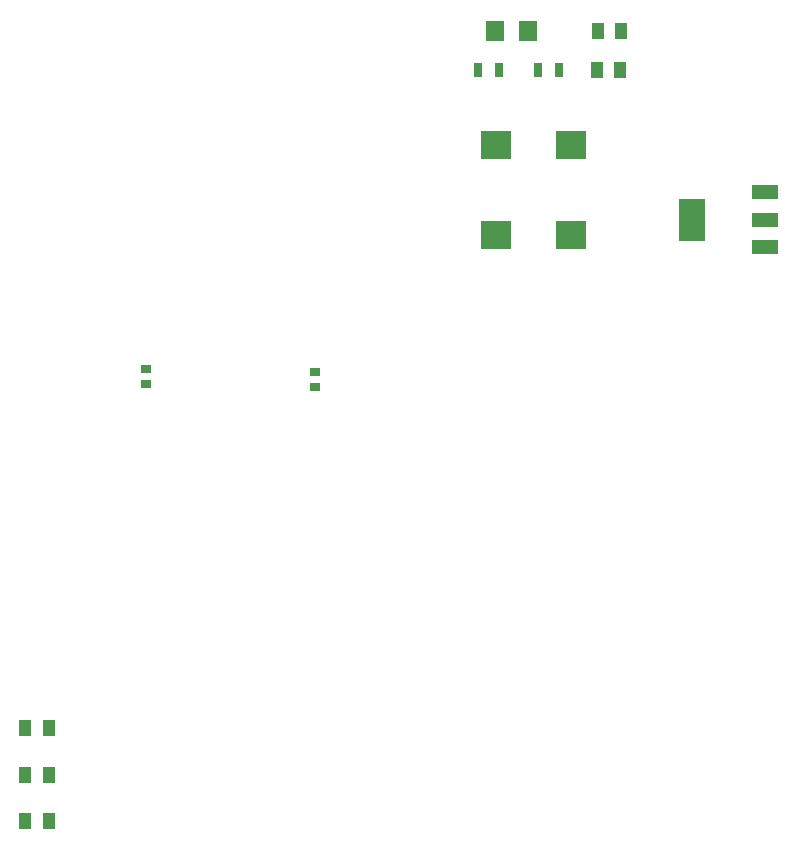
<source format=gbr>
G04 EAGLE Gerber RS-274X export*
G75*
%MOMM*%
%FSLAX34Y34*%
%LPD*%
%INSolderpaste Top*%
%IPPOS*%
%AMOC8*
5,1,8,0,0,1.08239X$1,22.5*%
G01*
%ADD10R,2.600000X2.400000*%
%ADD11R,0.800000X1.200000*%
%ADD12R,1.600000X1.803000*%
%ADD13R,1.100000X1.400000*%
%ADD14R,2.235200X1.219200*%
%ADD15R,2.200000X3.600000*%
%ADD16R,0.900000X0.700000*%


D10*
X730000Y673100D03*
X794000Y673100D03*
D11*
X732900Y736600D03*
X714900Y736600D03*
X765700Y736600D03*
X783700Y736600D03*
D10*
X794000Y596900D03*
X730000Y596900D03*
D12*
X757620Y769300D03*
X729180Y769300D03*
D13*
X815500Y736600D03*
X835500Y736600D03*
X816500Y769300D03*
X836500Y769300D03*
X352000Y179000D03*
X332000Y179000D03*
X352000Y100000D03*
X332000Y100000D03*
X352000Y139000D03*
X332000Y139000D03*
D14*
X958088Y586486D03*
X958088Y609600D03*
X958088Y632714D03*
D15*
X896110Y609600D03*
D16*
X434000Y483500D03*
X434000Y470500D03*
X577000Y480500D03*
X577000Y467500D03*
M02*

</source>
